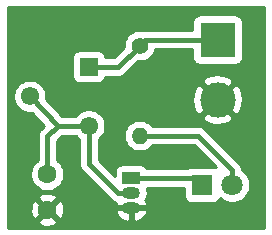
<source format=gbr>
G04 #@! TF.GenerationSoftware,KiCad,Pcbnew,(5.1.5)-3*
G04 #@! TF.CreationDate,2020-11-04T23:21:00+03:00*
G04 #@! TF.ProjectId,dark dedector adjusted,6461726b-2064-4656-9465-63746f722061,rev?*
G04 #@! TF.SameCoordinates,Original*
G04 #@! TF.FileFunction,Copper,L2,Bot*
G04 #@! TF.FilePolarity,Positive*
%FSLAX46Y46*%
G04 Gerber Fmt 4.6, Leading zero omitted, Abs format (unit mm)*
G04 Created by KiCad (PCBNEW (5.1.5)-3) date 2020-11-04 23:21:00*
%MOMM*%
%LPD*%
G04 APERTURE LIST*
%ADD10C,1.550000*%
%ADD11R,1.550000X1.550000*%
%ADD12R,3.000000X3.000000*%
%ADD13C,3.000000*%
%ADD14R,1.800000X1.800000*%
%ADD15C,1.800000*%
%ADD16O,1.500000X1.050000*%
%ADD17R,1.500000X1.050000*%
%ADD18C,1.600000*%
%ADD19C,1.400000*%
%ADD20O,1.400000X1.400000*%
%ADD21C,0.400000*%
%ADD22C,0.254000*%
G04 APERTURE END LIST*
D10*
X143500000Y-86200000D03*
D11*
X148500000Y-83700000D03*
D10*
X148500000Y-88700000D03*
D12*
X159400000Y-81400000D03*
D13*
X159400000Y-86480000D03*
D14*
X158100000Y-93700000D03*
D15*
X160640000Y-93700000D03*
D16*
X152100000Y-94370000D03*
X152100000Y-95640000D03*
D17*
X152100000Y-93100000D03*
D18*
X145000000Y-92800000D03*
X145000000Y-95800000D03*
D19*
X152800000Y-81900000D03*
D20*
X152800000Y-89520000D03*
D21*
X153300000Y-81400000D02*
X152800000Y-81900000D01*
X159400000Y-81400000D02*
X153300000Y-81400000D01*
X151000000Y-83700000D02*
X148500000Y-83700000D01*
X152800000Y-81900000D02*
X151000000Y-83700000D01*
X157500000Y-93100000D02*
X158100000Y-93700000D01*
X152100000Y-93100000D02*
X157500000Y-93100000D01*
X153789949Y-89520000D02*
X152800000Y-89520000D01*
X157732792Y-89520000D02*
X153789949Y-89520000D01*
X160640000Y-92427208D02*
X157732792Y-89520000D01*
X160640000Y-93700000D02*
X160640000Y-92427208D01*
X146000000Y-88700000D02*
X148500000Y-88700000D01*
X145000000Y-89600000D02*
X145900000Y-88700000D01*
X145000000Y-92800000D02*
X145000000Y-89600000D01*
X143500000Y-86200000D02*
X145900000Y-88700000D01*
X145900000Y-88700000D02*
X146000000Y-88700000D01*
X150950000Y-94370000D02*
X152100000Y-94370000D01*
X148500000Y-91920000D02*
X150950000Y-94370000D01*
X148500000Y-88700000D02*
X148500000Y-91920000D01*
D22*
G36*
X163340001Y-97340000D02*
G01*
X141660000Y-97340000D01*
X141660000Y-96792702D01*
X144186903Y-96792702D01*
X144258486Y-97036671D01*
X144513996Y-97157571D01*
X144788184Y-97226300D01*
X145070512Y-97240217D01*
X145350130Y-97198787D01*
X145616292Y-97103603D01*
X145741514Y-97036671D01*
X145813097Y-96792702D01*
X145000000Y-95979605D01*
X144186903Y-96792702D01*
X141660000Y-96792702D01*
X141660000Y-95870512D01*
X143559783Y-95870512D01*
X143601213Y-96150130D01*
X143696397Y-96416292D01*
X143763329Y-96541514D01*
X144007298Y-96613097D01*
X144820395Y-95800000D01*
X145179605Y-95800000D01*
X145992702Y-96613097D01*
X146236671Y-96541514D01*
X146357571Y-96286004D01*
X146426300Y-96011816D01*
X146429553Y-95945810D01*
X150756036Y-95945810D01*
X150764728Y-96007337D01*
X150857725Y-96216882D01*
X150989816Y-96404258D01*
X151155924Y-96562264D01*
X151349666Y-96684828D01*
X151563596Y-96767239D01*
X151789493Y-96806331D01*
X151973000Y-96646598D01*
X151973000Y-95767000D01*
X152227000Y-95767000D01*
X152227000Y-96646598D01*
X152410507Y-96806331D01*
X152636404Y-96767239D01*
X152850334Y-96684828D01*
X153044076Y-96562264D01*
X153210184Y-96404258D01*
X153342275Y-96216882D01*
X153435272Y-96007337D01*
X153443964Y-95945810D01*
X153318163Y-95767000D01*
X152227000Y-95767000D01*
X151973000Y-95767000D01*
X150881837Y-95767000D01*
X150756036Y-95945810D01*
X146429553Y-95945810D01*
X146440217Y-95729488D01*
X146398787Y-95449870D01*
X146303603Y-95183708D01*
X146236671Y-95058486D01*
X145992702Y-94986903D01*
X145179605Y-95800000D01*
X144820395Y-95800000D01*
X144007298Y-94986903D01*
X143763329Y-95058486D01*
X143642429Y-95313996D01*
X143573700Y-95588184D01*
X143559783Y-95870512D01*
X141660000Y-95870512D01*
X141660000Y-94807298D01*
X144186903Y-94807298D01*
X145000000Y-95620395D01*
X145813097Y-94807298D01*
X145741514Y-94563329D01*
X145486004Y-94442429D01*
X145211816Y-94373700D01*
X144929488Y-94359783D01*
X144649870Y-94401213D01*
X144383708Y-94496397D01*
X144258486Y-94563329D01*
X144186903Y-94807298D01*
X141660000Y-94807298D01*
X141660000Y-86061127D01*
X142090000Y-86061127D01*
X142090000Y-86338873D01*
X142144186Y-86611282D01*
X142250475Y-86867885D01*
X142404782Y-87098822D01*
X142601178Y-87295218D01*
X142832115Y-87449525D01*
X143088718Y-87555814D01*
X143361127Y-87610000D01*
X143638873Y-87610000D01*
X143686932Y-87600440D01*
X144731059Y-88688074D01*
X144438574Y-88980559D01*
X144406710Y-89006709D01*
X144325907Y-89105168D01*
X144302364Y-89133855D01*
X144224828Y-89278914D01*
X144177082Y-89436312D01*
X144160960Y-89600000D01*
X144165001Y-89641028D01*
X144165000Y-91632070D01*
X144085241Y-91685363D01*
X143885363Y-91885241D01*
X143728320Y-92120273D01*
X143620147Y-92381426D01*
X143565000Y-92658665D01*
X143565000Y-92941335D01*
X143620147Y-93218574D01*
X143728320Y-93479727D01*
X143885363Y-93714759D01*
X144085241Y-93914637D01*
X144320273Y-94071680D01*
X144581426Y-94179853D01*
X144858665Y-94235000D01*
X145141335Y-94235000D01*
X145418574Y-94179853D01*
X145679727Y-94071680D01*
X145914759Y-93914637D01*
X146114637Y-93714759D01*
X146271680Y-93479727D01*
X146379853Y-93218574D01*
X146435000Y-92941335D01*
X146435000Y-92658665D01*
X146379853Y-92381426D01*
X146271680Y-92120273D01*
X146114637Y-91885241D01*
X145914759Y-91685363D01*
X145835000Y-91632070D01*
X145835000Y-89945867D01*
X146245868Y-89535000D01*
X147362138Y-89535000D01*
X147404782Y-89598822D01*
X147601178Y-89795218D01*
X147665000Y-89837863D01*
X147665001Y-91878972D01*
X147660960Y-91920000D01*
X147677082Y-92083688D01*
X147724828Y-92241086D01*
X147782411Y-92348815D01*
X147802365Y-92386146D01*
X147906710Y-92513291D01*
X147938574Y-92539441D01*
X150330559Y-94931427D01*
X150356709Y-94963291D01*
X150483854Y-95067636D01*
X150628913Y-95145172D01*
X150786311Y-95192918D01*
X150799541Y-95194221D01*
X150764728Y-95272663D01*
X150756036Y-95334190D01*
X150881837Y-95513000D01*
X151646891Y-95513000D01*
X151647600Y-95513215D01*
X151818021Y-95530000D01*
X152381979Y-95530000D01*
X152552400Y-95513215D01*
X152553109Y-95513000D01*
X153318163Y-95513000D01*
X153443964Y-95334190D01*
X153435272Y-95272663D01*
X153342275Y-95063118D01*
X153301071Y-95004669D01*
X153401885Y-94816060D01*
X153468215Y-94597400D01*
X153490612Y-94370000D01*
X153468215Y-94142600D01*
X153405240Y-93935000D01*
X156561928Y-93935000D01*
X156561928Y-94600000D01*
X156574188Y-94724482D01*
X156610498Y-94844180D01*
X156669463Y-94954494D01*
X156748815Y-95051185D01*
X156845506Y-95130537D01*
X156955820Y-95189502D01*
X157075518Y-95225812D01*
X157200000Y-95238072D01*
X159000000Y-95238072D01*
X159124482Y-95225812D01*
X159244180Y-95189502D01*
X159354494Y-95130537D01*
X159451185Y-95051185D01*
X159530537Y-94954494D01*
X159589502Y-94844180D01*
X159595056Y-94825873D01*
X159661495Y-94892312D01*
X159912905Y-95060299D01*
X160192257Y-95176011D01*
X160488816Y-95235000D01*
X160791184Y-95235000D01*
X161087743Y-95176011D01*
X161367095Y-95060299D01*
X161618505Y-94892312D01*
X161832312Y-94678505D01*
X162000299Y-94427095D01*
X162116011Y-94147743D01*
X162175000Y-93851184D01*
X162175000Y-93548816D01*
X162116011Y-93252257D01*
X162000299Y-92972905D01*
X161832312Y-92721495D01*
X161618505Y-92507688D01*
X161477700Y-92413605D01*
X161462918Y-92263519D01*
X161415172Y-92106121D01*
X161337636Y-91961062D01*
X161275411Y-91885241D01*
X161233291Y-91833917D01*
X161201427Y-91807767D01*
X158352238Y-88958579D01*
X158326083Y-88926709D01*
X158198938Y-88822364D01*
X158053879Y-88744828D01*
X157896481Y-88697082D01*
X157773811Y-88685000D01*
X157773810Y-88685000D01*
X157732792Y-88680960D01*
X157691774Y-88685000D01*
X153847661Y-88685000D01*
X153836962Y-88668987D01*
X153651013Y-88483038D01*
X153432359Y-88336939D01*
X153189405Y-88236304D01*
X152931486Y-88185000D01*
X152668514Y-88185000D01*
X152410595Y-88236304D01*
X152167641Y-88336939D01*
X151948987Y-88483038D01*
X151763038Y-88668987D01*
X151616939Y-88887641D01*
X151516304Y-89130595D01*
X151465000Y-89388514D01*
X151465000Y-89651486D01*
X151516304Y-89909405D01*
X151616939Y-90152359D01*
X151763038Y-90371013D01*
X151948987Y-90556962D01*
X152167641Y-90703061D01*
X152410595Y-90803696D01*
X152668514Y-90855000D01*
X152931486Y-90855000D01*
X153189405Y-90803696D01*
X153432359Y-90703061D01*
X153651013Y-90556962D01*
X153836962Y-90371013D01*
X153847661Y-90355000D01*
X157386925Y-90355000D01*
X159241657Y-92209733D01*
X159124482Y-92174188D01*
X159000000Y-92161928D01*
X157200000Y-92161928D01*
X157075518Y-92174188D01*
X156955820Y-92210498D01*
X156853856Y-92265000D01*
X153404320Y-92265000D01*
X153380537Y-92220506D01*
X153301185Y-92123815D01*
X153204494Y-92044463D01*
X153094180Y-91985498D01*
X152974482Y-91949188D01*
X152850000Y-91936928D01*
X151350000Y-91936928D01*
X151225518Y-91949188D01*
X151105820Y-91985498D01*
X150995506Y-92044463D01*
X150898815Y-92123815D01*
X150819463Y-92220506D01*
X150760498Y-92330820D01*
X150724188Y-92450518D01*
X150711928Y-92575000D01*
X150711928Y-92951060D01*
X149335000Y-91574133D01*
X149335000Y-89837862D01*
X149398822Y-89795218D01*
X149595218Y-89598822D01*
X149749525Y-89367885D01*
X149855814Y-89111282D01*
X149910000Y-88838873D01*
X149910000Y-88561127D01*
X149855814Y-88288718D01*
X149749525Y-88032115D01*
X149709126Y-87971653D01*
X158087952Y-87971653D01*
X158243962Y-88287214D01*
X158618745Y-88478020D01*
X159023551Y-88592044D01*
X159442824Y-88624902D01*
X159860451Y-88575334D01*
X160260383Y-88445243D01*
X160556038Y-88287214D01*
X160712048Y-87971653D01*
X159400000Y-86659605D01*
X158087952Y-87971653D01*
X149709126Y-87971653D01*
X149595218Y-87801178D01*
X149398822Y-87604782D01*
X149167885Y-87450475D01*
X148911282Y-87344186D01*
X148638873Y-87290000D01*
X148361127Y-87290000D01*
X148088718Y-87344186D01*
X147832115Y-87450475D01*
X147601178Y-87604782D01*
X147404782Y-87801178D01*
X147362138Y-87865000D01*
X146255892Y-87865000D01*
X144967402Y-86522824D01*
X157255098Y-86522824D01*
X157304666Y-86940451D01*
X157434757Y-87340383D01*
X157592786Y-87636038D01*
X157908347Y-87792048D01*
X159220395Y-86480000D01*
X159579605Y-86480000D01*
X160891653Y-87792048D01*
X161207214Y-87636038D01*
X161398020Y-87261255D01*
X161512044Y-86856449D01*
X161544902Y-86437176D01*
X161495334Y-86019549D01*
X161365243Y-85619617D01*
X161207214Y-85323962D01*
X160891653Y-85167952D01*
X159579605Y-86480000D01*
X159220395Y-86480000D01*
X157908347Y-85167952D01*
X157592786Y-85323962D01*
X157401980Y-85698745D01*
X157287956Y-86103551D01*
X157255098Y-86522824D01*
X144967402Y-86522824D01*
X144889542Y-86441720D01*
X144910000Y-86338873D01*
X144910000Y-86061127D01*
X144855814Y-85788718D01*
X144749525Y-85532115D01*
X144595218Y-85301178D01*
X144398822Y-85104782D01*
X144167885Y-84950475D01*
X143911282Y-84844186D01*
X143638873Y-84790000D01*
X143361127Y-84790000D01*
X143088718Y-84844186D01*
X142832115Y-84950475D01*
X142601178Y-85104782D01*
X142404782Y-85301178D01*
X142250475Y-85532115D01*
X142144186Y-85788718D01*
X142090000Y-86061127D01*
X141660000Y-86061127D01*
X141660000Y-82925000D01*
X147086928Y-82925000D01*
X147086928Y-84475000D01*
X147099188Y-84599482D01*
X147135498Y-84719180D01*
X147194463Y-84829494D01*
X147273815Y-84926185D01*
X147370506Y-85005537D01*
X147480820Y-85064502D01*
X147600518Y-85100812D01*
X147725000Y-85113072D01*
X149275000Y-85113072D01*
X149399482Y-85100812D01*
X149519180Y-85064502D01*
X149629494Y-85005537D01*
X149650440Y-84988347D01*
X158087952Y-84988347D01*
X159400000Y-86300395D01*
X160712048Y-84988347D01*
X160556038Y-84672786D01*
X160181255Y-84481980D01*
X159776449Y-84367956D01*
X159357176Y-84335098D01*
X158939549Y-84384666D01*
X158539617Y-84514757D01*
X158243962Y-84672786D01*
X158087952Y-84988347D01*
X149650440Y-84988347D01*
X149726185Y-84926185D01*
X149805537Y-84829494D01*
X149864502Y-84719180D01*
X149900812Y-84599482D01*
X149907163Y-84535000D01*
X150958982Y-84535000D01*
X151000000Y-84539040D01*
X151041018Y-84535000D01*
X151041019Y-84535000D01*
X151163689Y-84522918D01*
X151321087Y-84475172D01*
X151466146Y-84397636D01*
X151593291Y-84293291D01*
X151619446Y-84261421D01*
X152649625Y-83231243D01*
X152668514Y-83235000D01*
X152931486Y-83235000D01*
X153189405Y-83183696D01*
X153432359Y-83083061D01*
X153651013Y-82936962D01*
X153836962Y-82751013D01*
X153983061Y-82532359D01*
X154083696Y-82289405D01*
X154094518Y-82235000D01*
X157261928Y-82235000D01*
X157261928Y-82900000D01*
X157274188Y-83024482D01*
X157310498Y-83144180D01*
X157369463Y-83254494D01*
X157448815Y-83351185D01*
X157545506Y-83430537D01*
X157655820Y-83489502D01*
X157775518Y-83525812D01*
X157900000Y-83538072D01*
X160900000Y-83538072D01*
X161024482Y-83525812D01*
X161144180Y-83489502D01*
X161254494Y-83430537D01*
X161351185Y-83351185D01*
X161430537Y-83254494D01*
X161489502Y-83144180D01*
X161525812Y-83024482D01*
X161538072Y-82900000D01*
X161538072Y-79900000D01*
X161525812Y-79775518D01*
X161489502Y-79655820D01*
X161430537Y-79545506D01*
X161351185Y-79448815D01*
X161254494Y-79369463D01*
X161144180Y-79310498D01*
X161024482Y-79274188D01*
X160900000Y-79261928D01*
X157900000Y-79261928D01*
X157775518Y-79274188D01*
X157655820Y-79310498D01*
X157545506Y-79369463D01*
X157448815Y-79448815D01*
X157369463Y-79545506D01*
X157310498Y-79655820D01*
X157274188Y-79775518D01*
X157261928Y-79900000D01*
X157261928Y-80565000D01*
X153341018Y-80565000D01*
X153300000Y-80560960D01*
X153258982Y-80565000D01*
X153258981Y-80565000D01*
X153136311Y-80577082D01*
X153079247Y-80594392D01*
X152931486Y-80565000D01*
X152668514Y-80565000D01*
X152410595Y-80616304D01*
X152167641Y-80716939D01*
X151948987Y-80863038D01*
X151763038Y-81048987D01*
X151616939Y-81267641D01*
X151516304Y-81510595D01*
X151465000Y-81768514D01*
X151465000Y-82031486D01*
X151468757Y-82050375D01*
X150654133Y-82865000D01*
X149907163Y-82865000D01*
X149900812Y-82800518D01*
X149864502Y-82680820D01*
X149805537Y-82570506D01*
X149726185Y-82473815D01*
X149629494Y-82394463D01*
X149519180Y-82335498D01*
X149399482Y-82299188D01*
X149275000Y-82286928D01*
X147725000Y-82286928D01*
X147600518Y-82299188D01*
X147480820Y-82335498D01*
X147370506Y-82394463D01*
X147273815Y-82473815D01*
X147194463Y-82570506D01*
X147135498Y-82680820D01*
X147099188Y-82800518D01*
X147086928Y-82925000D01*
X141660000Y-82925000D01*
X141660000Y-78660000D01*
X163340000Y-78660000D01*
X163340001Y-97340000D01*
G37*
X163340001Y-97340000D02*
X141660000Y-97340000D01*
X141660000Y-96792702D01*
X144186903Y-96792702D01*
X144258486Y-97036671D01*
X144513996Y-97157571D01*
X144788184Y-97226300D01*
X145070512Y-97240217D01*
X145350130Y-97198787D01*
X145616292Y-97103603D01*
X145741514Y-97036671D01*
X145813097Y-96792702D01*
X145000000Y-95979605D01*
X144186903Y-96792702D01*
X141660000Y-96792702D01*
X141660000Y-95870512D01*
X143559783Y-95870512D01*
X143601213Y-96150130D01*
X143696397Y-96416292D01*
X143763329Y-96541514D01*
X144007298Y-96613097D01*
X144820395Y-95800000D01*
X145179605Y-95800000D01*
X145992702Y-96613097D01*
X146236671Y-96541514D01*
X146357571Y-96286004D01*
X146426300Y-96011816D01*
X146429553Y-95945810D01*
X150756036Y-95945810D01*
X150764728Y-96007337D01*
X150857725Y-96216882D01*
X150989816Y-96404258D01*
X151155924Y-96562264D01*
X151349666Y-96684828D01*
X151563596Y-96767239D01*
X151789493Y-96806331D01*
X151973000Y-96646598D01*
X151973000Y-95767000D01*
X152227000Y-95767000D01*
X152227000Y-96646598D01*
X152410507Y-96806331D01*
X152636404Y-96767239D01*
X152850334Y-96684828D01*
X153044076Y-96562264D01*
X153210184Y-96404258D01*
X153342275Y-96216882D01*
X153435272Y-96007337D01*
X153443964Y-95945810D01*
X153318163Y-95767000D01*
X152227000Y-95767000D01*
X151973000Y-95767000D01*
X150881837Y-95767000D01*
X150756036Y-95945810D01*
X146429553Y-95945810D01*
X146440217Y-95729488D01*
X146398787Y-95449870D01*
X146303603Y-95183708D01*
X146236671Y-95058486D01*
X145992702Y-94986903D01*
X145179605Y-95800000D01*
X144820395Y-95800000D01*
X144007298Y-94986903D01*
X143763329Y-95058486D01*
X143642429Y-95313996D01*
X143573700Y-95588184D01*
X143559783Y-95870512D01*
X141660000Y-95870512D01*
X141660000Y-94807298D01*
X144186903Y-94807298D01*
X145000000Y-95620395D01*
X145813097Y-94807298D01*
X145741514Y-94563329D01*
X145486004Y-94442429D01*
X145211816Y-94373700D01*
X144929488Y-94359783D01*
X144649870Y-94401213D01*
X144383708Y-94496397D01*
X144258486Y-94563329D01*
X144186903Y-94807298D01*
X141660000Y-94807298D01*
X141660000Y-86061127D01*
X142090000Y-86061127D01*
X142090000Y-86338873D01*
X142144186Y-86611282D01*
X142250475Y-86867885D01*
X142404782Y-87098822D01*
X142601178Y-87295218D01*
X142832115Y-87449525D01*
X143088718Y-87555814D01*
X143361127Y-87610000D01*
X143638873Y-87610000D01*
X143686932Y-87600440D01*
X144731059Y-88688074D01*
X144438574Y-88980559D01*
X144406710Y-89006709D01*
X144325907Y-89105168D01*
X144302364Y-89133855D01*
X144224828Y-89278914D01*
X144177082Y-89436312D01*
X144160960Y-89600000D01*
X144165001Y-89641028D01*
X144165000Y-91632070D01*
X144085241Y-91685363D01*
X143885363Y-91885241D01*
X143728320Y-92120273D01*
X143620147Y-92381426D01*
X143565000Y-92658665D01*
X143565000Y-92941335D01*
X143620147Y-93218574D01*
X143728320Y-93479727D01*
X143885363Y-93714759D01*
X144085241Y-93914637D01*
X144320273Y-94071680D01*
X144581426Y-94179853D01*
X144858665Y-94235000D01*
X145141335Y-94235000D01*
X145418574Y-94179853D01*
X145679727Y-94071680D01*
X145914759Y-93914637D01*
X146114637Y-93714759D01*
X146271680Y-93479727D01*
X146379853Y-93218574D01*
X146435000Y-92941335D01*
X146435000Y-92658665D01*
X146379853Y-92381426D01*
X146271680Y-92120273D01*
X146114637Y-91885241D01*
X145914759Y-91685363D01*
X145835000Y-91632070D01*
X145835000Y-89945867D01*
X146245868Y-89535000D01*
X147362138Y-89535000D01*
X147404782Y-89598822D01*
X147601178Y-89795218D01*
X147665000Y-89837863D01*
X147665001Y-91878972D01*
X147660960Y-91920000D01*
X147677082Y-92083688D01*
X147724828Y-92241086D01*
X147782411Y-92348815D01*
X147802365Y-92386146D01*
X147906710Y-92513291D01*
X147938574Y-92539441D01*
X150330559Y-94931427D01*
X150356709Y-94963291D01*
X150483854Y-95067636D01*
X150628913Y-95145172D01*
X150786311Y-95192918D01*
X150799541Y-95194221D01*
X150764728Y-95272663D01*
X150756036Y-95334190D01*
X150881837Y-95513000D01*
X151646891Y-95513000D01*
X151647600Y-95513215D01*
X151818021Y-95530000D01*
X152381979Y-95530000D01*
X152552400Y-95513215D01*
X152553109Y-95513000D01*
X153318163Y-95513000D01*
X153443964Y-95334190D01*
X153435272Y-95272663D01*
X153342275Y-95063118D01*
X153301071Y-95004669D01*
X153401885Y-94816060D01*
X153468215Y-94597400D01*
X153490612Y-94370000D01*
X153468215Y-94142600D01*
X153405240Y-93935000D01*
X156561928Y-93935000D01*
X156561928Y-94600000D01*
X156574188Y-94724482D01*
X156610498Y-94844180D01*
X156669463Y-94954494D01*
X156748815Y-95051185D01*
X156845506Y-95130537D01*
X156955820Y-95189502D01*
X157075518Y-95225812D01*
X157200000Y-95238072D01*
X159000000Y-95238072D01*
X159124482Y-95225812D01*
X159244180Y-95189502D01*
X159354494Y-95130537D01*
X159451185Y-95051185D01*
X159530537Y-94954494D01*
X159589502Y-94844180D01*
X159595056Y-94825873D01*
X159661495Y-94892312D01*
X159912905Y-95060299D01*
X160192257Y-95176011D01*
X160488816Y-95235000D01*
X160791184Y-95235000D01*
X161087743Y-95176011D01*
X161367095Y-95060299D01*
X161618505Y-94892312D01*
X161832312Y-94678505D01*
X162000299Y-94427095D01*
X162116011Y-94147743D01*
X162175000Y-93851184D01*
X162175000Y-93548816D01*
X162116011Y-93252257D01*
X162000299Y-92972905D01*
X161832312Y-92721495D01*
X161618505Y-92507688D01*
X161477700Y-92413605D01*
X161462918Y-92263519D01*
X161415172Y-92106121D01*
X161337636Y-91961062D01*
X161275411Y-91885241D01*
X161233291Y-91833917D01*
X161201427Y-91807767D01*
X158352238Y-88958579D01*
X158326083Y-88926709D01*
X158198938Y-88822364D01*
X158053879Y-88744828D01*
X157896481Y-88697082D01*
X157773811Y-88685000D01*
X157773810Y-88685000D01*
X157732792Y-88680960D01*
X157691774Y-88685000D01*
X153847661Y-88685000D01*
X153836962Y-88668987D01*
X153651013Y-88483038D01*
X153432359Y-88336939D01*
X153189405Y-88236304D01*
X152931486Y-88185000D01*
X152668514Y-88185000D01*
X152410595Y-88236304D01*
X152167641Y-88336939D01*
X151948987Y-88483038D01*
X151763038Y-88668987D01*
X151616939Y-88887641D01*
X151516304Y-89130595D01*
X151465000Y-89388514D01*
X151465000Y-89651486D01*
X151516304Y-89909405D01*
X151616939Y-90152359D01*
X151763038Y-90371013D01*
X151948987Y-90556962D01*
X152167641Y-90703061D01*
X152410595Y-90803696D01*
X152668514Y-90855000D01*
X152931486Y-90855000D01*
X153189405Y-90803696D01*
X153432359Y-90703061D01*
X153651013Y-90556962D01*
X153836962Y-90371013D01*
X153847661Y-90355000D01*
X157386925Y-90355000D01*
X159241657Y-92209733D01*
X159124482Y-92174188D01*
X159000000Y-92161928D01*
X157200000Y-92161928D01*
X157075518Y-92174188D01*
X156955820Y-92210498D01*
X156853856Y-92265000D01*
X153404320Y-92265000D01*
X153380537Y-92220506D01*
X153301185Y-92123815D01*
X153204494Y-92044463D01*
X153094180Y-91985498D01*
X152974482Y-91949188D01*
X152850000Y-91936928D01*
X151350000Y-91936928D01*
X151225518Y-91949188D01*
X151105820Y-91985498D01*
X150995506Y-92044463D01*
X150898815Y-92123815D01*
X150819463Y-92220506D01*
X150760498Y-92330820D01*
X150724188Y-92450518D01*
X150711928Y-92575000D01*
X150711928Y-92951060D01*
X149335000Y-91574133D01*
X149335000Y-89837862D01*
X149398822Y-89795218D01*
X149595218Y-89598822D01*
X149749525Y-89367885D01*
X149855814Y-89111282D01*
X149910000Y-88838873D01*
X149910000Y-88561127D01*
X149855814Y-88288718D01*
X149749525Y-88032115D01*
X149709126Y-87971653D01*
X158087952Y-87971653D01*
X158243962Y-88287214D01*
X158618745Y-88478020D01*
X159023551Y-88592044D01*
X159442824Y-88624902D01*
X159860451Y-88575334D01*
X160260383Y-88445243D01*
X160556038Y-88287214D01*
X160712048Y-87971653D01*
X159400000Y-86659605D01*
X158087952Y-87971653D01*
X149709126Y-87971653D01*
X149595218Y-87801178D01*
X149398822Y-87604782D01*
X149167885Y-87450475D01*
X148911282Y-87344186D01*
X148638873Y-87290000D01*
X148361127Y-87290000D01*
X148088718Y-87344186D01*
X147832115Y-87450475D01*
X147601178Y-87604782D01*
X147404782Y-87801178D01*
X147362138Y-87865000D01*
X146255892Y-87865000D01*
X144967402Y-86522824D01*
X157255098Y-86522824D01*
X157304666Y-86940451D01*
X157434757Y-87340383D01*
X157592786Y-87636038D01*
X157908347Y-87792048D01*
X159220395Y-86480000D01*
X159579605Y-86480000D01*
X160891653Y-87792048D01*
X161207214Y-87636038D01*
X161398020Y-87261255D01*
X161512044Y-86856449D01*
X161544902Y-86437176D01*
X161495334Y-86019549D01*
X161365243Y-85619617D01*
X161207214Y-85323962D01*
X160891653Y-85167952D01*
X159579605Y-86480000D01*
X159220395Y-86480000D01*
X157908347Y-85167952D01*
X157592786Y-85323962D01*
X157401980Y-85698745D01*
X157287956Y-86103551D01*
X157255098Y-86522824D01*
X144967402Y-86522824D01*
X144889542Y-86441720D01*
X144910000Y-86338873D01*
X144910000Y-86061127D01*
X144855814Y-85788718D01*
X144749525Y-85532115D01*
X144595218Y-85301178D01*
X144398822Y-85104782D01*
X144167885Y-84950475D01*
X143911282Y-84844186D01*
X143638873Y-84790000D01*
X143361127Y-84790000D01*
X143088718Y-84844186D01*
X142832115Y-84950475D01*
X142601178Y-85104782D01*
X142404782Y-85301178D01*
X142250475Y-85532115D01*
X142144186Y-85788718D01*
X142090000Y-86061127D01*
X141660000Y-86061127D01*
X141660000Y-82925000D01*
X147086928Y-82925000D01*
X147086928Y-84475000D01*
X147099188Y-84599482D01*
X147135498Y-84719180D01*
X147194463Y-84829494D01*
X147273815Y-84926185D01*
X147370506Y-85005537D01*
X147480820Y-85064502D01*
X147600518Y-85100812D01*
X147725000Y-85113072D01*
X149275000Y-85113072D01*
X149399482Y-85100812D01*
X149519180Y-85064502D01*
X149629494Y-85005537D01*
X149650440Y-84988347D01*
X158087952Y-84988347D01*
X159400000Y-86300395D01*
X160712048Y-84988347D01*
X160556038Y-84672786D01*
X160181255Y-84481980D01*
X159776449Y-84367956D01*
X159357176Y-84335098D01*
X158939549Y-84384666D01*
X158539617Y-84514757D01*
X158243962Y-84672786D01*
X158087952Y-84988347D01*
X149650440Y-84988347D01*
X149726185Y-84926185D01*
X149805537Y-84829494D01*
X149864502Y-84719180D01*
X149900812Y-84599482D01*
X149907163Y-84535000D01*
X150958982Y-84535000D01*
X151000000Y-84539040D01*
X151041018Y-84535000D01*
X151041019Y-84535000D01*
X151163689Y-84522918D01*
X151321087Y-84475172D01*
X151466146Y-84397636D01*
X151593291Y-84293291D01*
X151619446Y-84261421D01*
X152649625Y-83231243D01*
X152668514Y-83235000D01*
X152931486Y-83235000D01*
X153189405Y-83183696D01*
X153432359Y-83083061D01*
X153651013Y-82936962D01*
X153836962Y-82751013D01*
X153983061Y-82532359D01*
X154083696Y-82289405D01*
X154094518Y-82235000D01*
X157261928Y-82235000D01*
X157261928Y-82900000D01*
X157274188Y-83024482D01*
X157310498Y-83144180D01*
X157369463Y-83254494D01*
X157448815Y-83351185D01*
X157545506Y-83430537D01*
X157655820Y-83489502D01*
X157775518Y-83525812D01*
X157900000Y-83538072D01*
X160900000Y-83538072D01*
X161024482Y-83525812D01*
X161144180Y-83489502D01*
X161254494Y-83430537D01*
X161351185Y-83351185D01*
X161430537Y-83254494D01*
X161489502Y-83144180D01*
X161525812Y-83024482D01*
X161538072Y-82900000D01*
X161538072Y-79900000D01*
X161525812Y-79775518D01*
X161489502Y-79655820D01*
X161430537Y-79545506D01*
X161351185Y-79448815D01*
X161254494Y-79369463D01*
X161144180Y-79310498D01*
X161024482Y-79274188D01*
X160900000Y-79261928D01*
X157900000Y-79261928D01*
X157775518Y-79274188D01*
X157655820Y-79310498D01*
X157545506Y-79369463D01*
X157448815Y-79448815D01*
X157369463Y-79545506D01*
X157310498Y-79655820D01*
X157274188Y-79775518D01*
X157261928Y-79900000D01*
X157261928Y-80565000D01*
X153341018Y-80565000D01*
X153300000Y-80560960D01*
X153258982Y-80565000D01*
X153258981Y-80565000D01*
X153136311Y-80577082D01*
X153079247Y-80594392D01*
X152931486Y-80565000D01*
X152668514Y-80565000D01*
X152410595Y-80616304D01*
X152167641Y-80716939D01*
X151948987Y-80863038D01*
X151763038Y-81048987D01*
X151616939Y-81267641D01*
X151516304Y-81510595D01*
X151465000Y-81768514D01*
X151465000Y-82031486D01*
X151468757Y-82050375D01*
X150654133Y-82865000D01*
X149907163Y-82865000D01*
X149900812Y-82800518D01*
X149864502Y-82680820D01*
X149805537Y-82570506D01*
X149726185Y-82473815D01*
X149629494Y-82394463D01*
X149519180Y-82335498D01*
X149399482Y-82299188D01*
X149275000Y-82286928D01*
X147725000Y-82286928D01*
X147600518Y-82299188D01*
X147480820Y-82335498D01*
X147370506Y-82394463D01*
X147273815Y-82473815D01*
X147194463Y-82570506D01*
X147135498Y-82680820D01*
X147099188Y-82800518D01*
X147086928Y-82925000D01*
X141660000Y-82925000D01*
X141660000Y-78660000D01*
X163340000Y-78660000D01*
X163340001Y-97340000D01*
M02*

</source>
